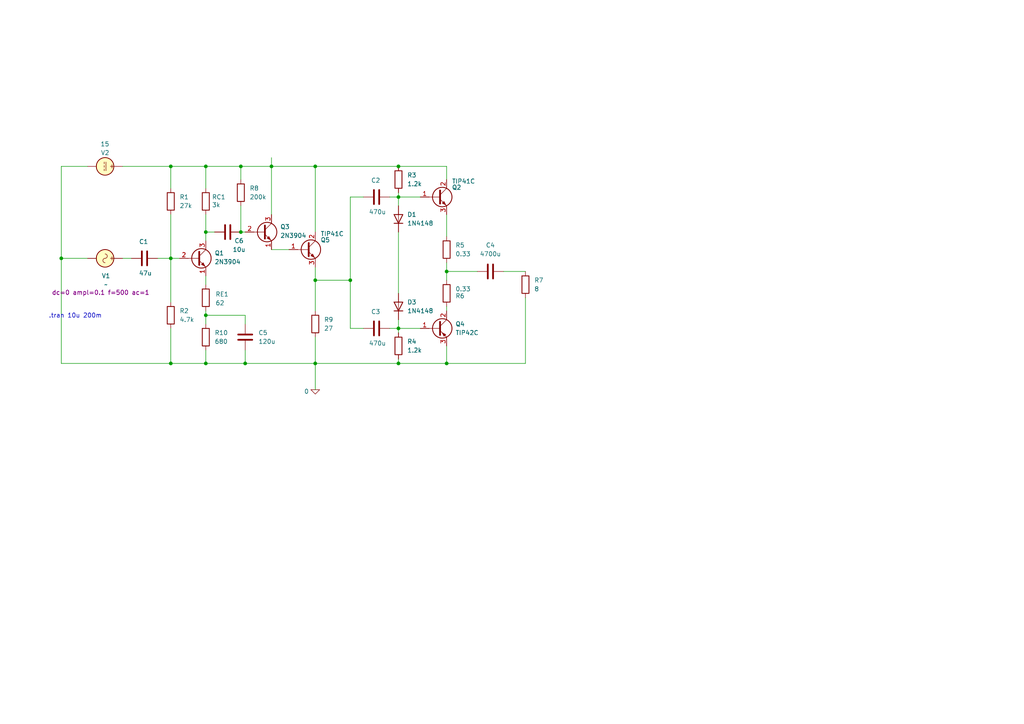
<source format=kicad_sch>
(kicad_sch (version 20250114) (generator "eeschema") (generator_version "9.0")
  (paper "A4")
  (lib_symbols
    (symbol "Device:C" (pin_numbers (hide yes)) (pin_names (offset 0.254))
      (property "Reference" "C" (at 0.635 2.54 0))
      (property "Value" "C" (at 0.635 -2.54 0))
      (symbol "C_0_1"
        (polyline (pts (xy -2.032 0.762) (xy 2.032 0.762)) (stroke (width 0.508)))
        (polyline (pts (xy -2.032 -0.762) (xy 2.032 -0.762)) (stroke (width 0.508)))
      )
      (symbol "C_1_1"
        (pin passive line (at 0 3.81 270) (length 2.794) (name "~") (number "1"))
        (pin passive line (at 0 -3.81 90) (length 2.794) (name "~") (number "2"))
      )
    )
    (symbol "Device:R" (pin_numbers (hide yes)) (pin_names (offset 0))
      (property "Reference" "R" (at 2.032 0 90))
      (property "Value" "R" (at 0 0 90))
      (symbol "R_0_1"
        (rectangle (start -1.016 -2.54) (end 1.016 2.54) (stroke (width 0.254)))
      )
      (symbol "R_1_1"
        (pin passive line (at 0 3.81 270) (length 1.27) (name "~") (number "1"))
        (pin passive line (at 0 -3.81 90) (length 1.27) (name "~") (number "2"))
      )
    )
    (symbol "Diode:1N4148" (pin_numbers (hide yes)) (pin_names (hide yes))
      (property "Reference" "D" (at 0 2.54 0))
      (property "Value" "1N4148" (at 0 -2.54 0))
      (symbol "1N4148_0_1"
        (polyline (pts (xy -1.27 1.27) (xy -1.27 -1.27)) (stroke (width 0.254)))
        (polyline (pts (xy 1.27 1.27) (xy 1.27 -1.27) (xy -1.27 0) (xy 1.27 1.27)) (stroke (width 0.254)))
        (polyline (pts (xy 1.27 0) (xy -1.27 0)))
      )
      (symbol "1N4148_1_1"
        (pin passive line (at -3.81 0 0) (length 2.54) (name "K") (number "1"))
        (pin passive line (at 3.81 0 180) (length 2.54) (name "A") (number "2"))
      )
    )
    (symbol "Simulation_SPICE:0" (power) (pin_numbers (hide yes)) (pin_names (offset 0) (hide yes))
      (property "Value" "0" (at 0 -2.54 0))
      (symbol "0_0_1"
        (polyline (pts (xy -1.27 0) (xy 0 -1.27) (xy 1.27 0) (xy -1.27 0)))
      )
      (symbol "0_1_1"
        (pin power_in line (at 0 0 0) (length 0) (name "~") (number "1"))
      )
    )
    (symbol "Simulation_SPICE:VDC" (pin_numbers (hide yes)) (pin_names (offset 0.0254))
      (property "Reference" "V" (at 2.54 2.54 0))
      (property "Value" "1" (at 2.54 0 0))
      (symbol "VDC_0_0"
        (polyline (pts (xy -1.27 0.254) (xy 1.27 0.254)))
        (polyline (pts (xy -0.762 -0.254) (xy -1.27 -0.254)))
        (polyline (pts (xy 0.254 -0.254) (xy -0.254 -0.254)))
        (polyline (pts (xy 1.27 -0.254) (xy 0.762 -0.254)))
        (text "+" (at 0 1.905 0) (effects (font (size 1.27 1.27))))
      )
      (symbol "VDC_0_1"
        (circle (center 0 0) (radius 2.54) (stroke (width 0.254)) (fill (type background)))
      )
      (symbol "VDC_1_1"
        (pin passive line (at 0 5.08 270) (length 2.54) (name "~") (number "1"))
        (pin passive line (at 0 -5.08 90) (length 2.54) (name "~") (number "2"))
      )
    )
    (symbol "Simulation_SPICE:VSIN" (pin_numbers (hide yes)) (pin_names (offset 0.0254))
      (property "Reference" "V" (at 2.54 2.54 0))
      (property "Value" "VSIN" (at 2.54 0 0))
      (property "Sim.Params" "dc=0 ampl=1 f=1k ac=1" (at 2.54 -2.54 0))
      (symbol "VSIN_0_0"
        (arc (start -1.27 0) (mid -0.635 0.6323) (end 0 0))
        (arc (start 1.27 0) (mid 0.635 -0.6323) (end 0 0))
        (text "+" (at 0 1.905 0) (effects (font (size 1.27 1.27))))
      )
      (symbol "VSIN_0_1"
        (circle (center 0 0) (radius 2.54) (stroke (width 0.254)) (fill (type background)))
      )
      (symbol "VSIN_1_1"
        (pin passive line (at 0 5.08 270) (length 2.54) (name "~") (number "1"))
        (pin passive line (at 0 -5.08 90) (length 2.54) (name "~") (number "2"))
      )
    )
    (symbol "Transistor_BJT:2N3904" (pin_names (offset 0) (hide yes))
      (property "Reference" "Q" (at 5.08 1.905 0))
      (property "Value" "2N3904" (at 5.08 0 0))
      (symbol "2N3904_0_1"
        (polyline (pts (xy -2.54 0) (xy 0.635 0)))
        (polyline (pts (xy 0.635 1.905) (xy 0.635 -1.905)) (stroke (width 0.508)))
        (circle (center 1.27 0) (radius 2.8194) (stroke (width 0.254)))
      )
      (symbol "2N3904_1_1"
        (polyline (pts (xy 0.635 0.635) (xy 2.54 2.54)))
        (polyline (pts (xy 0.635 -0.635) (xy 2.54 -2.54)))
        (polyline (pts (xy 1.27 -1.778) (xy 1.778 -1.27) (xy 2.286 -2.286) (xy 1.27 -1.778)) (fill (type outline)))
        (pin input line (at -5.08 0 0) (length 2.54) (name "B") (number "2"))
        (pin passive line (at 2.54 5.08 270) (length 2.54) (name "C") (number "3"))
        (pin passive line (at 2.54 -5.08 90) (length 2.54) (name "E") (number "1"))
      )
    )
    (symbol "Transistor_BJT:TIP41C" (pin_names (offset 0) (hide yes))
      (property "Reference" "Q" (at 6.35 1.905 0))
      (property "Value" "TIP41C" (at 6.35 0 0))
      (symbol "TIP41C_0_1"
        (polyline (pts (xy -2.54 0) (xy 0.635 0)))
        (polyline (pts (xy 0.635 1.905) (xy 0.635 -1.905)) (stroke (width 0.508)))
        (circle (center 1.27 0) (radius 2.8194) (stroke (width 0.254)))
      )
      (symbol "TIP41C_1_1"
        (polyline (pts (xy 0.635 0.635) (xy 2.54 2.54)))
        (polyline (pts (xy 0.635 -0.635) (xy 2.54 -2.54)))
        (polyline (pts (xy 1.27 -1.778) (xy 1.778 -1.27) (xy 2.286 -2.286) (xy 1.27 -1.778)) (fill (type outline)))
        (pin input line (at -5.08 0 0) (length 2.54) (name "B") (number "1"))
        (pin passive line (at 2.54 5.08 270) (length 2.54) (name "C") (number "2"))
        (pin passive line (at 2.54 -5.08 90) (length 2.54) (name "E") (number "3"))
      )
    )
    (symbol "Transistor_BJT:TIP42C" (pin_names (offset 0) (hide yes))
      (property "Reference" "Q" (at 6.35 1.905 0))
      (property "Value" "TIP42C" (at 6.35 0 0))
      (symbol "TIP42C_0_1"
        (polyline (pts (xy -2.54 0) (xy 0.635 0)))
        (polyline (pts (xy 0.635 1.905) (xy 0.635 -1.905)) (stroke (width 0.508)))
        (polyline (pts (xy 0.635 0.635) (xy 2.54 2.54)))
        (polyline (pts (xy 0.635 -0.635) (xy 2.54 -2.54)))
        (circle (center 1.27 0) (radius 2.8194) (stroke (width 0.254)))
        (polyline (pts (xy 2.286 -1.778) (xy 1.778 -2.286) (xy 1.27 -1.27) (xy 2.286 -1.778)) (fill (type outline)))
      )
      (symbol "TIP42C_1_1"
        (pin input line (at -5.08 0 0) (length 2.54) (name "B") (number "1"))
        (pin passive line (at 2.54 5.08 270) (length 2.54) (name "C") (number "2"))
        (pin passive line (at 2.54 -5.08 90) (length 2.54) (name "E") (number "3"))
      )
    )
  )
  (text ".tran 10u 200m" (at 21.844 91.694 0) (effects (font (size 1.27 1.27))))
  (junction (at 115.57 105.41))
  (junction (at 115.57 95.25))
  (junction (at 59.69 48.26))
  (junction (at 69.85 48.26))
  (junction (at 101.6 81.28))
  (junction (at 17.78 74.93))
  (junction (at 115.57 48.26))
  (junction (at 71.12 105.41))
  (junction (at 91.44 105.41))
  (junction (at 91.44 48.26))
  (junction (at 78.74 48.26))
  (junction (at 91.44 81.28))
  (junction (at 129.54 78.74))
  (junction (at 59.69 91.44))
  (junction (at 49.53 105.41))
  (junction (at 115.57 57.15))
  (junction (at 49.53 74.93))
  (junction (at 69.85 67.31))
  (junction (at 59.69 105.41))
  (junction (at 49.53 48.26))
  (junction (at 59.69 67.31))
  (junction (at 129.54 105.41))
  (wire (pts (xy 115.57 95.25) (xy 115.57 96.52)))
  (wire (pts (xy 17.78 74.93) (xy 25.4 74.93)))
  (wire (pts (xy 17.78 48.26) (xy 17.78 74.93)))
  (wire (pts (xy 78.74 48.26) (xy 91.44 48.26)))
  (wire (pts (xy 59.69 48.26) (xy 59.69 54.61)))
  (wire (pts (xy 78.74 48.26) (xy 78.74 62.23)))
  (wire (pts (xy 59.69 62.23) (xy 59.69 67.31)))
  (wire (pts (xy 115.57 95.25) (xy 121.92 95.25)))
  (wire (pts (xy 59.69 90.17) (xy 59.69 91.44)))
  (wire (pts (xy 49.53 105.41) (xy 59.69 105.41)))
  (wire (pts (xy 59.69 105.41) (xy 71.12 105.41)))
  (wire (pts (xy 91.44 81.28) (xy 91.44 90.17)))
  (wire (pts (xy 59.69 48.26) (xy 69.85 48.26)))
  (wire (pts (xy 91.44 81.28) (xy 101.6 81.28)))
  (wire (pts (xy 91.44 77.47) (xy 91.44 81.28)))
  (wire (pts (xy 115.57 57.15) (xy 115.57 59.69)))
  (wire (pts (xy 91.44 105.41) (xy 91.44 113.03)))
  (wire (pts (xy 91.44 48.26) (xy 115.57 48.26)))
  (wire (pts (xy 59.69 101.6) (xy 59.69 105.41)))
  (wire (pts (xy 69.85 59.69) (xy 69.85 67.31)))
  (wire (pts (xy 129.54 48.26) (xy 129.54 52.07)))
  (wire (pts (xy 78.74 45.72) (xy 78.74 48.26)))
  (wire (pts (xy 71.12 105.41) (xy 91.44 105.41)))
  (wire (pts (xy 129.54 88.9) (xy 129.54 90.17)))
  (wire (pts (xy 115.57 105.41) (xy 129.54 105.41)))
  (wire (pts (xy 17.78 74.93) (xy 17.78 105.41)))
  (wire (pts (xy 115.57 105.41) (xy 115.57 104.14)))
  (wire (pts (xy 69.85 48.26) (xy 78.74 48.26)))
  (wire (pts (xy 49.53 62.23) (xy 49.53 74.93)))
  (wire (pts (xy 129.54 100.33) (xy 129.54 105.41)))
  (wire (pts (xy 49.53 48.26) (xy 59.69 48.26)))
  (wire (pts (xy 69.85 67.31) (xy 71.12 67.31)))
  (wire (pts (xy 45.72 74.93) (xy 49.53 74.93)))
  (wire (pts (xy 59.69 80.01) (xy 59.69 82.55)))
  (wire (pts (xy 49.53 54.61) (xy 49.53 48.26)))
  (wire (pts (xy 113.03 95.25) (xy 115.57 95.25)))
  (wire (pts (xy 25.4 48.26) (xy 17.78 48.26)))
  (wire (pts (xy 59.69 67.31) (xy 62.23 67.31)))
  (wire (pts (xy 35.56 74.93) (xy 38.1 74.93)))
  (wire (pts (xy 113.03 57.15) (xy 115.57 57.15)))
  (wire (pts (xy 78.74 72.39) (xy 83.82 72.39)))
  (wire (pts (xy 152.4 105.41) (xy 129.54 105.41)))
  (wire (pts (xy 129.54 62.23) (xy 129.54 68.58)))
  (wire (pts (xy 115.57 67.31) (xy 115.57 85.09)))
  (wire (pts (xy 101.6 95.25) (xy 105.41 95.25)))
  (wire (pts (xy 146.05 78.74) (xy 152.4 78.74)))
  (wire (pts (xy 129.54 78.74) (xy 129.54 81.28)))
  (wire (pts (xy 49.53 74.93) (xy 49.53 87.63)))
  (wire (pts (xy 115.57 57.15) (xy 121.92 57.15)))
  (wire (pts (xy 71.12 101.6) (xy 71.12 105.41)))
  (wire (pts (xy 101.6 81.28) (xy 101.6 95.25)))
  (wire (pts (xy 91.44 48.26) (xy 91.44 67.31)))
  (wire (pts (xy 69.85 48.26) (xy 69.85 52.07)))
  (wire (pts (xy 115.57 55.88) (xy 115.57 57.15)))
  (wire (pts (xy 59.69 91.44) (xy 59.69 93.98)))
  (wire (pts (xy 115.57 48.26) (xy 129.54 48.26)))
  (wire (pts (xy 35.56 48.26) (xy 49.53 48.26)))
  (wire (pts (xy 101.6 57.15) (xy 105.41 57.15)))
  (wire (pts (xy 129.54 76.2) (xy 129.54 78.74)))
  (wire (pts (xy 59.69 67.31) (xy 59.69 69.85)))
  (wire (pts (xy 59.69 91.44) (xy 71.12 91.44)))
  (wire (pts (xy 115.57 92.71) (xy 115.57 95.25)))
  (wire (pts (xy 71.12 91.44) (xy 71.12 93.98)))
  (wire (pts (xy 129.54 78.74) (xy 138.43 78.74)))
  (wire (pts (xy 91.44 97.79) (xy 91.44 105.41)))
  (wire (pts (xy 101.6 81.28) (xy 101.6 57.15)))
  (wire (pts (xy 152.4 86.36) (xy 152.4 105.41)))
  (wire (pts (xy 17.78 105.41) (xy 49.53 105.41)))
  (wire (pts (xy 91.44 105.41) (xy 115.57 105.41)))
  (wire (pts (xy 49.53 95.25) (xy 49.53 105.41)))
  (wire (pts (xy 49.53 74.93) (xy 52.07 74.93)))
  (symbol (lib_id "Device:R") (at 152.4 82.55 0) (unit 1)
    (property "Reference" "R7" (at 154.94 81.2799 0) (effects (justify left)))
    (property "Value" "8" (at 154.94 83.8199 0) (effects (justify left)))
    (property "Footprint" "TerminalBlock_Phoenix:TerminalBlock_Phoenix_MKDS-1,5-2-5.08_1x02_P5.08mm_Horizontal" (effects (hide yes)))
    (property "Description" "Resistor" (effects (hide yes)))
  )
  (symbol (lib_id "Device:R") (at 49.53 91.44 0) (unit 1)
    (property "Reference" "R2" (at 52.07 90.1699 0) (effects (justify left)))
    (property "Value" "4.7k" (at 52.07 92.7099 0) (effects (justify left)))
    (property "Footprint" "Resistor_THT:R_Axial_DIN0204_L3.6mm_D1.6mm_P7.62mm_Horizontal" (effects (hide yes)))
    (property "Description" "Resistor" (effects (hide yes)))
  )
  (symbol (lib_id "Transistor_BJT:2N3904") (at 57.15 74.93 0) (unit 1)
    (property "Reference" "Q1" (at 62.23 73.406 0) (effects (justify left)))
    (property "Value" "2N3904" (at 62.23 75.946 0) (effects (justify left)))
    (property "Footprint" "Package_TO_SOT_THT:TO-92_Inline" (effects (hide yes)))
    (property "Datasheet" "https://www.onsemi.com/pub/Collateral/2N3903-D.PDF" (effects (hide yes)))
    (property "Description" "0.2A Ic, 40V Vce, Small Signal NPN Transistor, TO-92" (effects (hide yes)))
    (property "Sim.Device" "NPN" (effects (hide yes)))
    (property "Sim.Pins" "1=E 2=B 3=C" (effects (hide yes)))
    (property "Sim.Library" "/home/duy/Documents/Kicad/Spice Models/2N3904.lib" (effects (hide yes)))
    (property "Sim.Name" "2N3904" (effects (hide yes)))
    (property "Sim.Type" "GUMMELPOON" (effects (hide yes)))
  )
  (symbol (lib_id "Diode:1N4148") (at 115.57 63.5 90) (unit 1)
    (property "Reference" "D1" (at 118.11 62.2299 90) (effects (justify right)))
    (property "Value" "1N4148" (at 118.11 64.7699 90) (effects (justify right)))
    (property "Footprint" "Diode_THT:D_DO-35_SOD27_P7.62mm_Horizontal" (effects (hide yes)))
    (property "Datasheet" "https://assets.nexperia.com/documents/data-sheet/1N4148_1N4448.pdf" (effects (hide yes)))
    (property "Description" "100V 0.15A standard switching diode, DO-35" (effects (hide yes)))
    (property "Sim.Device" "D" (effects (hide yes)))
    (property "Sim.Pins" "1=K 2=A" (effects (hide yes)))
  )
  (symbol (lib_id "Device:C") (at 109.22 57.15 90) (unit 1)
    (property "Reference" "C2" (at 108.966 52.324 90))
    (property "Value" "470u" (at 109.474 61.468 90))
    (property "Footprint" "Capacitor_THT:CP_Radial_D5.0mm_P2.50mm" (effects (hide yes)))
    (property "Description" "Unpolarized capacitor" (effects (hide yes)))
  )
  (symbol (lib_id "Device:R") (at 59.69 58.42 0) (unit 1)
    (property "Reference" "RC1" (at 61.468 57.15 0) (effects (justify left)))
    (property "Value" "3k" (at 61.468 59.436 0) (effects (justify left)))
    (property "Footprint" "Resistor_THT:R_Axial_DIN0204_L3.6mm_D1.6mm_P7.62mm_Horizontal" (effects (hide yes)))
    (property "Description" "Resistor" (effects (hide yes)))
  )
  (symbol (lib_id "Transistor_BJT:TIP42C") (at 127 95.25 0) (unit 1)
    (property "Reference" "Q4" (at 132.08 93.9799 0) (effects (justify left)))
    (property "Value" "TIP42C" (at 132.08 96.5199 0) (effects (justify left)))
    (property "Footprint" "Package_TO_SOT_THT:TO-220-3_Vertical" (effects (hide yes)))
    (property "Datasheet" "https://www.centralsemi.com/get_document.php?cmp=1&mergetype=pd&mergepath=pd&pdf_id=TIP42.PDF" (effects (hide yes)))
    (property "Description" "-6A Ic, -100V Vce, Power PNP Transistor, TO-220" (effects (hide yes)))
    (property "Sim.Device" "PNP" (effects (hide yes)))
    (property "Sim.Pins" "1=B 2=E 3=C" (effects (hide yes)))
    (property "Sim.Library" "/home/duy/Documents/Kicad/Spice Models/TIP42C.lib" (effects (hide yes)))
    (property "Sim.Name" "TIP42C" (effects (hide yes)))
    (property "Sim.Type" "GUMMELPOON" (effects (hide yes)))
  )
  (symbol (lib_id "Device:C") (at 41.91 74.93 90) (unit 1)
    (property "Reference" "C1" (at 41.656 70.104 90))
    (property "Value" "47u" (at 42.164 79.248 90))
    (property "Footprint" "Capacitor_THT:CP_Radial_D5.0mm_P2.50mm" (effects (hide yes)))
    (property "Description" "Unpolarized capacitor" (effects (hide yes)))
  )
  (symbol (lib_id "Device:R") (at 129.54 85.09 0) (unit 1)
    (property "Reference" "R6" (at 132.08 85.852 0) (effects (justify left)))
    (property "Value" "0.33" (at 132.08 83.8199 0) (effects (justify left)))
    (property "Footprint" "Resistor_THT:R_Axial_Power_L25.0mm_W9.0mm_P27.94mm" (effects (hide yes)))
    (property "Description" "Resistor" (effects (hide yes)))
  )
  (symbol (lib_id "Device:R") (at 59.69 97.79 0) (unit 1)
    (property "Reference" "R10" (at 62.23 96.5199 0) (effects (justify left)))
    (property "Value" "680" (at 62.23 99.0599 0) (effects (justify left)))
    (property "Description" "Resistor" (effects (hide yes)))
  )
  (symbol (lib_id "Device:R") (at 115.57 100.33 0) (unit 1)
    (property "Reference" "R4" (at 118.11 99.0599 0) (effects (justify left)))
    (property "Value" "1.2k" (at 118.11 101.5999 0) (effects (justify left)))
    (property "Footprint" "Resistor_THT:R_Axial_DIN0204_L3.6mm_D1.6mm_P7.62mm_Horizontal" (effects (hide yes)))
    (property "Description" "Resistor" (effects (hide yes)))
  )
  (symbol (lib_id "Device:R") (at 69.85 55.88 0) (unit 1)
    (property "Reference" "R8" (at 72.39 54.6099 0) (effects (justify left)))
    (property "Value" "200k" (at 72.39 57.1499 0) (effects (justify left)))
    (property "Description" "Resistor" (effects (hide yes)))
  )
  (symbol (lib_id "Device:R") (at 49.53 58.42 0) (unit 1)
    (property "Reference" "R1" (at 52.07 57.1499 0) (effects (justify left)))
    (property "Value" "27k" (at 52.07 59.6899 0) (effects (justify left)))
    (property "Footprint" "Resistor_THT:R_Axial_DIN0204_L3.6mm_D1.6mm_P7.62mm_Horizontal" (effects (hide yes)))
    (property "Description" "Resistor" (effects (hide yes)))
  )
  (symbol (lib_id "Simulation_SPICE:VSIN") (at 30.48 74.93 270) (unit 1)
    (property "Reference" "V1" (at 30.734 80.01 90))
    (property "Value" "~" (at 30.734 82.55 90))
    (property "Footprint" "TerminalBlock_Phoenix:TerminalBlock_Phoenix_MKDS-1,5-2-5.08_1x02_P5.08mm_Horizontal" (effects (hide yes)))
    (property "Datasheet" "https://ngspice.sourceforge.io/docs/ngspice-html-manual/manual.xhtml#sec_Independent_Sources_for" (effects (hide yes)))
    (property "Description" "Voltage source, sinusoidal" (effects (hide yes)))
    (property "Sim.Pins" "1=+ 2=-" (effects (hide yes)))
    (property "Sim.Params" "dc=0 ampl=0.1 f=500 ac=1" (at 29.21 84.836 90))
    (property "Sim.Type" "SIN" (effects (hide yes)))
    (property "Sim.Device" "V" (effects (hide yes)))
  )
  (symbol (lib_id "Diode:1N4148") (at 115.57 88.9 90) (unit 1)
    (property "Reference" "D3" (at 118.11 87.6299 90) (effects (justify right)))
    (property "Value" "1N4148" (at 118.11 90.1699 90) (effects (justify right)))
    (property "Footprint" "Diode_THT:D_DO-35_SOD27_P7.62mm_Horizontal" (effects (hide yes)))
    (property "Datasheet" "https://assets.nexperia.com/documents/data-sheet/1N4148_1N4448.pdf" (effects (hide yes)))
    (property "Description" "100V 0.15A standard switching diode, DO-35" (effects (hide yes)))
    (property "Sim.Device" "D" (effects (hide yes)))
    (property "Sim.Pins" "1=K 2=A" (effects (hide yes)))
  )
  (symbol (lib_id "Simulation_SPICE:0") (at 91.44 113.03 0) (unit 1)
    (property "Reference" "#GND03" (effects (hide yes)))
    (property "Value" "0" (at 88.9 113.538 0))
    (property "Datasheet" "https://ngspice.sourceforge.io/docs/ngspice-html-manual/manual.xhtml#subsec_Circuit_elements__device" (effects (hide yes)))
    (property "Description" "0V reference potential for simulation" (effects (hide yes)))
  )
  (symbol (lib_id "Device:C") (at 142.24 78.74 270) (unit 1)
    (property "Reference" "C4" (at 142.24 71.12 90))
    (property "Value" "4700u" (at 142.24 73.66 90))
    (property "Footprint" "Capacitor_THT:C_Radial_D18.0mm_H35.5mm_P7.50mm" (effects (hide yes)))
    (property "Description" "Unpolarized capacitor" (effects (hide yes)))
  )
  (symbol (lib_id "Device:R") (at 91.44 93.98 0) (unit 1)
    (property "Reference" "R9" (at 93.98 92.7099 0) (effects (justify left)))
    (property "Value" "27" (at 93.98 95.2499 0) (effects (justify left)))
    (property "Description" "Resistor" (effects (hide yes)))
  )
  (symbol (lib_id "Transistor_BJT:TIP41C") (at 88.9 72.39 0) (unit 1)
    (property "Reference" "Q5" (at 92.964 69.596 0) (effects (justify left)))
    (property "Value" "TIP41C" (at 92.964 67.818 0) (effects (justify left)))
    (property "Footprint" "Package_TO_SOT_THT:TO-220-3_Vertical" (effects (hide yes)))
    (property "Datasheet" "https://www.centralsemi.com/get_document.php?cmp=1&mergetype=pd&mergepath=pd&pdf_id=tip41.PDF" (effects (hide yes)))
    (property "Description" "6A Ic, 100V Vce, Power NPN Transistor, TO-220" (effects (hide yes)))
    (property "Sim.Device" "NPN" (effects (hide yes)))
    (property "Sim.Pins" "1=B 2=C 3=E" (effects (hide yes)))
    (property "Sim.Library" "/home/duy/Documents/Kicad/Spice Models/TIP41C.lib" (effects (hide yes)))
    (property "Sim.Name" "tip41c" (effects (hide yes)))
    (property "Sim.Type" "GUMMELPOON" (effects (hide yes)))
  )
  (symbol (lib_id "Device:R") (at 129.54 72.39 180) (unit 1)
    (property "Reference" "R5" (at 132.08 71.1199 0) (effects (justify right)))
    (property "Value" "0.33" (at 132.08 73.6599 0) (effects (justify right)))
    (property "Footprint" "Resistor_THT:R_Axial_Power_L25.0mm_W9.0mm_P27.94mm" (effects (hide yes)))
    (property "Description" "Resistor" (effects (hide yes)))
  )
  (symbol (lib_id "Device:C") (at 71.12 97.79 0) (unit 1)
    (property "Reference" "C5" (at 74.93 96.5199 0) (effects (justify left)))
    (property "Value" "120u" (at 74.93 99.0599 0) (effects (justify left)))
    (property "Description" "Unpolarized capacitor" (effects (hide yes)))
  )
  (symbol (lib_id "Device:R") (at 59.69 86.36 0) (unit 1)
    (property "Reference" "RE1" (at 62.484 85.344 0) (effects (justify left)))
    (property "Value" "62" (at 62.484 87.884 0) (effects (justify left)))
    (property "Footprint" "Resistor_THT:R_Axial_DIN0204_L3.6mm_D1.6mm_P7.62mm_Horizontal" (effects (hide yes)))
    (property "Description" "Resistor" (effects (hide yes)))
  )
  (symbol (lib_id "Device:R") (at 115.57 52.07 0) (unit 1)
    (property "Reference" "R3" (at 118.11 50.7999 0) (effects (justify left)))
    (property "Value" "1.2k" (at 118.11 53.3399 0) (effects (justify left)))
    (property "Footprint" "Resistor_THT:R_Axial_DIN0204_L3.6mm_D1.6mm_P7.62mm_Horizontal" (effects (hide yes)))
    (property "Description" "Resistor" (effects (hide yes)))
  )
  (symbol (lib_id "Device:C") (at 109.22 95.25 90) (unit 1)
    (property "Reference" "C3" (at 108.966 90.424 90))
    (property "Value" "470u" (at 109.474 99.568 90))
    (property "Footprint" "Capacitor_THT:CP_Radial_D5.0mm_P2.50mm" (effects (hide yes)))
    (property "Description" "Unpolarized capacitor" (effects (hide yes)))
  )
  (symbol (lib_id "Device:C") (at 66.04 67.31 90) (unit 1)
    (property "Reference" "C6" (at 69.342 69.85 90))
    (property "Value" "10u" (at 69.342 72.39 90))
    (property "Description" "Unpolarized capacitor" (effects (hide yes)))
  )
  (symbol (lib_id "Transistor_BJT:2N3904") (at 76.2 67.31 0) (unit 1)
    (property "Reference" "Q3" (at 81.28 65.786 0) (effects (justify left)))
    (property "Value" "2N3904" (at 81.28 68.326 0) (effects (justify left)))
    (property "Footprint" "Package_TO_SOT_THT:TO-92_Inline" (effects (hide yes)))
    (property "Datasheet" "https://www.onsemi.com/pub/Collateral/2N3903-D.PDF" (effects (hide yes)))
    (property "Description" "0.2A Ic, 40V Vce, Small Signal NPN Transistor, TO-92" (effects (hide yes)))
    (property "Sim.Device" "NPN" (effects (hide yes)))
    (property "Sim.Pins" "1=E 2=B 3=C" (effects (hide yes)))
    (property "Sim.Library" "/home/duy/Documents/Kicad/Spice Models/2N3904.lib" (effects (hide yes)))
    (property "Sim.Name" "2N3904" (effects (hide yes)))
    (property "Sim.Type" "GUMMELPOON" (effects (hide yes)))
  )
  (symbol (lib_id "Simulation_SPICE:VDC") (at 30.48 48.26 270) (unit 1)
    (property "Reference" "V2" (at 31.75 44.3203 90) (effects (justify right)))
    (property "Value" "15" (at 31.75 41.7803 90) (effects (justify right)))
    (property "Footprint" "TerminalBlock_Phoenix:TerminalBlock_Phoenix_MKDS-1,5-2-5.08_1x02_P5.08mm_Horizontal" (effects (hide yes)))
    (property "Datasheet" "https://ngspice.sourceforge.io/docs/ngspice-html-manual/manual.xhtml#sec_Independent_Sources_for" (effects (hide yes)))
    (property "Description" "Voltage source, DC" (effects (hide yes)))
    (property "Sim.Pins" "1=+ 2=-" (effects (hide yes)))
    (property "Sim.Type" "DC" (effects (hide yes)))
    (property "Sim.Device" "V" (effects (hide yes)))
  )
  (symbol (lib_id "Transistor_BJT:TIP41C") (at 127 57.15 0) (unit 1)
    (property "Reference" "Q2" (at 131.064 54.356 0) (effects (justify left)))
    (property "Value" "TIP41C" (at 131.064 52.578 0) (effects (justify left)))
    (property "Footprint" "Package_TO_SOT_THT:TO-220-3_Vertical" (effects (hide yes)))
    (property "Datasheet" "https://www.centralsemi.com/get_document.php?cmp=1&mergetype=pd&mergepath=pd&pdf_id=tip41.PDF" (effects (hide yes)))
    (property "Description" "6A Ic, 100V Vce, Power NPN Transistor, TO-220" (effects (hide yes)))
    (property "Sim.Device" "NPN" (effects (hide yes)))
    (property "Sim.Pins" "1=B 2=C 3=E" (effects (hide yes)))
    (property "Sim.Library" "/home/duy/Documents/Kicad/Spice Models/TIP41C.lib" (effects (hide yes)))
    (property "Sim.Name" "tip41c" (effects (hide yes)))
    (property "Sim.Type" "GUMMELPOON" (effects (hide yes)))
  )
)
</source>
